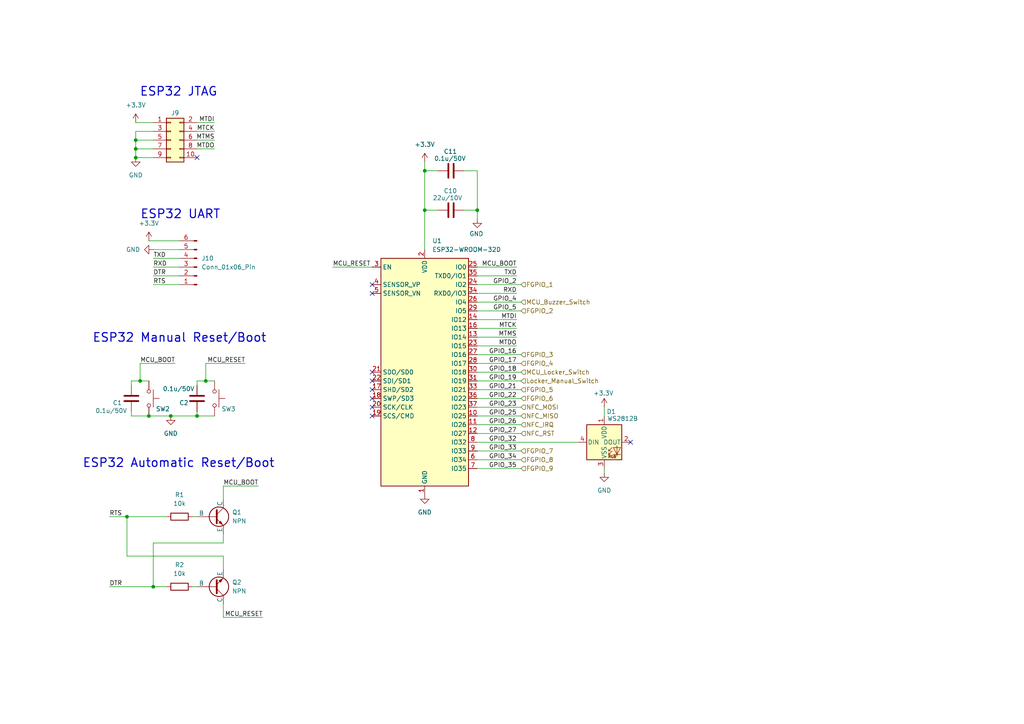
<source format=kicad_sch>
(kicad_sch (version 20231120) (generator "eeschema") (generator_version "8.0")
  (paper "A4")
  (lib_symbols
    (symbol "Connector:Conn_01x06_Pin" (pin_names (offset 1.016) hide)
      (property "Reference" "J" (at 0 7.62 0))
      (property "Value" "Conn_01x06_Pin" (at 0 -10.16 0))
      (symbol "Conn_01x06_Pin_1_1"
        (polyline (pts (xy 1.27 -7.62) (xy 0.8636 -7.62)) (stroke (width 0.1524)))
        (polyline (pts (xy 1.27 -5.08) (xy 0.8636 -5.08)) (stroke (width 0.1524)))
        (polyline (pts (xy 1.27 -2.54) (xy 0.8636 -2.54)) (stroke (width 0.1524)))
        (polyline (pts (xy 1.27 0) (xy 0.8636 0)) (stroke (width 0.1524)))
        (polyline (pts (xy 1.27 2.54) (xy 0.8636 2.54)) (stroke (width 0.1524)))
        (polyline (pts (xy 1.27 5.08) (xy 0.8636 5.08)) (stroke (width 0.1524)))
        (rectangle (start 0.8636 -7.493) (end 0 -7.747) (stroke (width 0.1524)) (fill (type outline)))
        (rectangle (start 0.8636 -4.953) (end 0 -5.207) (stroke (width 0.1524)) (fill (type outline)))
        (rectangle (start 0.8636 -2.413) (end 0 -2.667) (stroke (width 0.1524)) (fill (type outline)))
        (rectangle (start 0.8636 0.127) (end 0 -0.127) (stroke (width 0.1524)) (fill (type outline)))
        (rectangle (start 0.8636 2.667) (end 0 2.413) (stroke (width 0.1524)) (fill (type outline)))
        (rectangle (start 0.8636 5.207) (end 0 4.953) (stroke (width 0.1524)) (fill (type outline)))
        (pin passive line (at 5.08 5.08 180) (length 3.81) (name "Pin_1") (number "1"))
        (pin passive line (at 5.08 2.54 180) (length 3.81) (name "Pin_2") (number "2"))
        (pin passive line (at 5.08 0 180) (length 3.81) (name "Pin_3") (number "3"))
        (pin passive line (at 5.08 -2.54 180) (length 3.81) (name "Pin_4") (number "4"))
        (pin passive line (at 5.08 -5.08 180) (length 3.81) (name "Pin_5") (number "5"))
        (pin passive line (at 5.08 -7.62 180) (length 3.81) (name "Pin_6") (number "6"))
      )
    )
    (symbol "Connector_Generic:Conn_02x05_Odd_Even" (pin_names (offset 1.016) hide)
      (property "Reference" "J" (at 1.27 7.62 0))
      (property "Value" "Conn_02x05_Odd_Even" (at 1.27 -7.62 0))
      (symbol "Conn_02x05_Odd_Even_1_1"
        (rectangle (start -1.27 -4.953) (end 0 -5.207) (stroke (width 0.1524)))
        (rectangle (start -1.27 -2.413) (end 0 -2.667) (stroke (width 0.1524)))
        (rectangle (start -1.27 0.127) (end 0 -0.127) (stroke (width 0.1524)))
        (rectangle (start -1.27 2.667) (end 0 2.413) (stroke (width 0.1524)))
        (rectangle (start -1.27 5.207) (end 0 4.953) (stroke (width 0.1524)))
        (rectangle (start -1.27 6.35) (end 3.81 -6.35) (stroke (width 0.254)) (fill (type background)))
        (rectangle (start 3.81 -4.953) (end 2.54 -5.207) (stroke (width 0.1524)))
        (rectangle (start 3.81 -2.413) (end 2.54 -2.667) (stroke (width 0.1524)))
        (rectangle (start 3.81 0.127) (end 2.54 -0.127) (stroke (width 0.1524)))
        (rectangle (start 3.81 2.667) (end 2.54 2.413) (stroke (width 0.1524)))
        (rectangle (start 3.81 5.207) (end 2.54 4.953) (stroke (width 0.1524)))
        (pin passive line (at -5.08 5.08 0) (length 3.81) (name "Pin_1") (number "1"))
        (pin passive line (at 7.62 -5.08 180) (length 3.81) (name "Pin_10") (number "10"))
        (pin passive line (at 7.62 5.08 180) (length 3.81) (name "Pin_2") (number "2"))
        (pin passive line (at -5.08 2.54 0) (length 3.81) (name "Pin_3") (number "3"))
        (pin passive line (at 7.62 2.54 180) (length 3.81) (name "Pin_4") (number "4"))
        (pin passive line (at -5.08 0 0) (length 3.81) (name "Pin_5") (number "5"))
        (pin passive line (at 7.62 0 180) (length 3.81) (name "Pin_6") (number "6"))
        (pin passive line (at -5.08 -2.54 0) (length 3.81) (name "Pin_7") (number "7"))
        (pin passive line (at 7.62 -2.54 180) (length 3.81) (name "Pin_8") (number "8"))
        (pin passive line (at -5.08 -5.08 0) (length 3.81) (name "Pin_9") (number "9"))
      )
    )
    (symbol "Device:C" (pin_numbers hide) (pin_names (offset 0.254))
      (property "Reference" "C" (at 0.635 2.54 0))
      (property "Value" "C" (at 0.635 -2.54 0))
      (symbol "C_0_1"
        (polyline (pts (xy -2.032 -0.762) (xy 2.032 -0.762)) (stroke (width 0.508)))
        (polyline (pts (xy -2.032 0.762) (xy 2.032 0.762)) (stroke (width 0.508)))
      )
      (symbol "C_1_1"
        (pin passive line (at 0 3.81 270) (length 2.794) (name "~") (number "1"))
        (pin passive line (at 0 -3.81 90) (length 2.794) (name "~") (number "2"))
      )
    )
    (symbol "Device:R" (pin_numbers hide) (pin_names (offset 0))
      (property "Reference" "R" (at 2.032 0 90))
      (property "Value" "R" (at 0 0 90))
      (symbol "R_0_1"
        (rectangle (start -1.016 -2.54) (end 1.016 2.54) (stroke (width 0.254)))
      )
      (symbol "R_1_1"
        (pin passive line (at 0 3.81 270) (length 1.27) (name "~") (number "1"))
        (pin passive line (at 0 -3.81 90) (length 1.27) (name "~") (number "2"))
      )
    )
    (symbol "LED:WS2812B" (pin_names (offset 0.254))
      (property "Reference" "D" (at 5.08 5.715 0))
      (property "Value" "WS2812B" (at 1.27 -5.715 0))
      (symbol "WS2812B_0_0"
        (text "RGB" (at 2.286 -4.191 0) (effects (font (size 0.762 0.762))))
      )
      (symbol "WS2812B_0_1"
        (polyline (pts (xy 1.27 -3.556) (xy 1.778 -3.556)))
        (polyline (pts (xy 1.27 -2.54) (xy 1.778 -2.54)))
        (polyline (pts (xy 4.699 -3.556) (xy 2.667 -3.556)))
        (polyline (pts (xy 2.286 -2.54) (xy 1.27 -3.556) (xy 1.27 -3.048)))
        (polyline (pts (xy 2.286 -1.524) (xy 1.27 -2.54) (xy 1.27 -2.032)))
        (polyline (pts (xy 3.683 -1.016) (xy 3.683 -3.556) (xy 3.683 -4.064)))
        (polyline (pts (xy 4.699 -1.524) (xy 2.667 -1.524) (xy 3.683 -3.556) (xy 4.699 -1.524)))
        (rectangle (start 5.08 5.08) (end -5.08 -5.08) (stroke (width 0.254)) (fill (type background)))
      )
      (symbol "WS2812B_1_1"
        (pin power_in line (at 0 7.62 270) (length 2.54) (name "VDD") (number "1"))
        (pin output line (at 7.62 0 180) (length 2.54) (name "DOUT") (number "2"))
        (pin power_in line (at 0 -7.62 90) (length 2.54) (name "VSS") (number "3"))
        (pin input line (at -7.62 0 0) (length 2.54) (name "DIN") (number "4"))
      )
    )
    (symbol "RF_Module:ESP32-WROOM-32D"
      (property "Reference" "U" (at -12.7 34.29 0))
      (property "Value" "ESP32-WROOM-32D" (at 1.27 34.29 0))
      (symbol "ESP32-WROOM-32D_0_1"
        (rectangle (start -12.7 33.02) (end 12.7 -33.02) (stroke (width 0.254)) (fill (type background)))
      )
      (symbol "ESP32-WROOM-32D_1_1"
        (pin power_in line (at 0 -35.56 90) (length 2.54) (name "GND") (number "1"))
        (pin bidirectional line (at 15.24 -12.7 180) (length 2.54) (name "IO25") (number "10"))
        (pin bidirectional line (at 15.24 -15.24 180) (length 2.54) (name "IO26") (number "11"))
        (pin bidirectional line (at 15.24 -17.78 180) (length 2.54) (name "IO27") (number "12"))
        (pin bidirectional line (at 15.24 10.16 180) (length 2.54) (name "IO14") (number "13"))
        (pin bidirectional line (at 15.24 15.24 180) (length 2.54) (name "IO12") (number "14"))
        (pin passive line (at 0 -35.56 90) (length 2.54) hide (name "GND") (number "15"))
        (pin bidirectional line (at 15.24 12.7 180) (length 2.54) (name "IO13") (number "16"))
        (pin bidirectional line (at -15.24 -5.08 0) (length 2.54) (name "SHD/SD2") (number "17"))
        (pin bidirectional line (at -15.24 -7.62 0) (length 2.54) (name "SWP/SD3") (number "18"))
        (pin bidirectional line (at -15.24 -12.7 0) (length 2.54) (name "SCS/CMD") (number "19"))
        (pin power_in line (at 0 35.56 270) (length 2.54) (name "VDD") (number "2"))
        (pin bidirectional line (at -15.24 -10.16 0) (length 2.54) (name "SCK/CLK") (number "20"))
        (pin bidirectional line (at -15.24 0 0) (length 2.54) (name "SDO/SD0") (number "21"))
        (pin bidirectional line (at -15.24 -2.54 0) (length 2.54) (name "SDI/SD1") (number "22"))
        (pin bidirectional line (at 15.24 7.62 180) (length 2.54) (name "IO15") (number "23"))
        (pin bidirectional line (at 15.24 25.4 180) (length 2.54) (name "IO2") (number "24"))
        (pin bidirectional line (at 15.24 30.48 180) (length 2.54) (name "IO0") (number "25"))
        (pin bidirectional line (at 15.24 20.32 180) (length 2.54) (name "IO4") (number "26"))
        (pin bidirectional line (at 15.24 5.08 180) (length 2.54) (name "IO16") (number "27"))
        (pin bidirectional line (at 15.24 2.54 180) (length 2.54) (name "IO17") (number "28"))
        (pin bidirectional line (at 15.24 17.78 180) (length 2.54) (name "IO5") (number "29"))
        (pin input line (at -15.24 30.48 0) (length 2.54) (name "EN") (number "3"))
        (pin bidirectional line (at 15.24 0 180) (length 2.54) (name "IO18") (number "30"))
        (pin bidirectional line (at 15.24 -2.54 180) (length 2.54) (name "IO19") (number "31"))
        (pin no_connect line (at -12.7 -27.94 0) (length 2.54) hide (name "NC") (number "32"))
        (pin bidirectional line (at 15.24 -5.08 180) (length 2.54) (name "IO21") (number "33"))
        (pin bidirectional line (at 15.24 22.86 180) (length 2.54) (name "RXD0/IO3") (number "34"))
        (pin bidirectional line (at 15.24 27.94 180) (length 2.54) (name "TXD0/IO1") (number "35"))
        (pin bidirectional line (at 15.24 -7.62 180) (length 2.54) (name "IO22") (number "36"))
        (pin bidirectional line (at 15.24 -10.16 180) (length 2.54) (name "IO23") (number "37"))
        (pin passive line (at 0 -35.56 90) (length 2.54) hide (name "GND") (number "38"))
        (pin passive line (at 0 -35.56 90) (length 2.54) hide (name "GND") (number "39"))
        (pin input line (at -15.24 25.4 0) (length 2.54) (name "SENSOR_VP") (number "4"))
        (pin input line (at -15.24 22.86 0) (length 2.54) (name "SENSOR_VN") (number "5"))
        (pin input line (at 15.24 -25.4 180) (length 2.54) (name "IO34") (number "6"))
        (pin input line (at 15.24 -27.94 180) (length 2.54) (name "IO35") (number "7"))
        (pin bidirectional line (at 15.24 -20.32 180) (length 2.54) (name "IO32") (number "8"))
        (pin bidirectional line (at 15.24 -22.86 180) (length 2.54) (name "IO33") (number "9"))
      )
    )
    (symbol "Simulation_SPICE:NPN" (pin_numbers hide) (pin_names (offset 0))
      (property "Reference" "Q" (at -2.54 7.62 0))
      (property "Value" "NPN" (at -2.54 5.08 0))
      (symbol "NPN_0_1"
        (polyline (pts (xy -2.54 0) (xy 0.635 0)) (stroke (width 0.1524)))
        (polyline (pts (xy 0.635 0.635) (xy 2.54 2.54)))
        (polyline (pts (xy 2.794 -1.27) (xy 2.794 -1.27)) (stroke (width 0.1524)))
        (polyline (pts (xy 2.794 -1.27) (xy 2.794 -1.27)) (stroke (width 0.1524)))
        (polyline (pts (xy 0.635 -0.635) (xy 2.54 -2.54) (xy 2.54 -2.54)))
        (polyline (pts (xy 0.635 1.905) (xy 0.635 -1.905) (xy 0.635 -1.905)) (stroke (width 0.508)))
        (polyline (pts (xy 1.27 -1.778) (xy 1.778 -1.27) (xy 2.286 -2.286) (xy 1.27 -1.778) (xy 1.27 -1.778)) (fill (type outline)))
        (circle (center 1.27 0) (radius 2.8194) (stroke (width 0.254)))
      )
      (symbol "NPN_1_1"
        (pin open_collector line (at 2.54 5.08 270) (length 2.54) (name "C") (number "1"))
        (pin input line (at -5.08 0 0) (length 2.54) (name "B") (number "2"))
        (pin open_emitter line (at 2.54 -5.08 90) (length 2.54) (name "E") (number "3"))
      )
    )
    (symbol "Switch:SW_Push" (pin_numbers hide) (pin_names (offset 1.016) hide)
      (property "Reference" "SW" (at 1.27 2.54 0))
      (property "Value" "SW_Push" (at 0 -1.524 0))
      (symbol "SW_Push_0_1"
        (circle (center -2.032 0) (radius 0.508))
        (polyline (pts (xy 0 1.27) (xy 0 3.048)))
        (polyline (pts (xy 2.54 1.27) (xy -2.54 1.27)))
        (circle (center 2.032 0) (radius 0.508))
        (pin passive line (at -5.08 0 0) (length 2.54) (name "1") (number "1"))
        (pin passive line (at 5.08 0 180) (length 2.54) (name "2") (number "2"))
      )
    )
    (symbol "power:+3.3V" (power) (pin_names (offset 0))
      (property "Value" "+3.3V" (at 0 3.556 0))
      (symbol "+3.3V_0_1"
        (polyline (pts (xy -0.762 1.27) (xy 0 2.54)))
        (polyline (pts (xy 0 0) (xy 0 2.54)))
        (polyline (pts (xy 0 2.54) (xy 0.762 1.27)))
      )
      (symbol "+3.3V_1_1"
        (pin power_in line (at 0 0 90) (length 0) hide (name "+3.3V") (number "1"))
      )
    )
    (symbol "power:GND" (power) (pin_names (offset 0))
      (property "Value" "GND" (at 0 -3.81 0))
      (symbol "GND_0_1"
        (polyline (pts (xy 0 0) (xy 0 -1.27) (xy 1.27 -1.27) (xy 0 -2.54) (xy -1.27 -1.27) (xy 0 -1.27)))
      )
      (symbol "GND_1_1"
        (pin power_in line (at 0 0 270) (length 0) hide (name "GND") (number "1"))
      )
    )
  )
  (junction (at 123.19 49.53))
  (junction (at 39.37 43.18))
  (junction (at 43.18 120.65))
  (junction (at 44.45 170.18))
  (junction (at 39.37 45.72))
  (junction (at 36.83 149.86))
  (junction (at 49.53 120.65))
  (junction (at 138.43 60.96))
  (junction (at 123.19 60.96))
  (junction (at 40.64 110.49))
  (junction (at 57.15 120.65))
  (junction (at 59.69 110.49))
  (junction (at 39.37 40.64))
  (no_connect (at 107.95 118.11))
  (no_connect (at 107.95 113.03))
  (no_connect (at 107.95 85.09))
  (no_connect (at 107.95 115.57))
  (no_connect (at 107.95 110.49))
  (no_connect (at 182.88 128.27))
  (no_connect (at 57.15 45.72))
  (no_connect (at 107.95 107.95))
  (no_connect (at 107.95 82.55))
  (no_connect (at 107.95 120.65))
  (wire (pts (xy 38.1 119.38) (xy 38.1 120.65)))
  (wire (pts (xy 44.45 157.48) (xy 44.45 170.18)))
  (wire (pts (xy 44.45 82.55) (xy 52.07 82.55)))
  (wire (pts (xy 123.19 49.53) (xy 123.19 60.96)))
  (wire (pts (xy 138.43 107.95) (xy 151.13 107.95)))
  (wire (pts (xy 64.77 157.48) (xy 44.45 157.48)))
  (wire (pts (xy 38.1 111.76) (xy 38.1 110.49)))
  (wire (pts (xy 138.43 49.53) (xy 138.43 60.96)))
  (wire (pts (xy 64.77 165.1) (xy 64.77 161.29)))
  (wire (pts (xy 138.43 77.47) (xy 149.86 77.47)))
  (wire (pts (xy 138.43 130.81) (xy 151.13 130.81)))
  (wire (pts (xy 31.75 170.18) (xy 44.45 170.18)))
  (wire (pts (xy 64.77 161.29) (xy 36.83 161.29)))
  (wire (pts (xy 138.43 97.79) (xy 149.86 97.79)))
  (wire (pts (xy 40.64 110.49) (xy 43.18 110.49)))
  (wire (pts (xy 134.62 49.53) (xy 138.43 49.53)))
  (wire (pts (xy 175.26 118.11) (xy 175.26 120.65)))
  (wire (pts (xy 48.26 170.18) (xy 44.45 170.18)))
  (wire (pts (xy 57.15 120.65) (xy 62.23 120.65)))
  (wire (pts (xy 39.37 45.72) (xy 44.45 45.72)))
  (wire (pts (xy 123.19 46.99) (xy 123.19 49.53)))
  (wire (pts (xy 44.45 74.93) (xy 52.07 74.93)))
  (wire (pts (xy 71.12 105.41) (xy 59.69 105.41)))
  (wire (pts (xy 64.77 140.97) (xy 74.93 140.97)))
  (wire (pts (xy 138.43 135.89) (xy 151.13 135.89)))
  (wire (pts (xy 96.52 77.47) (xy 107.95 77.47)))
  (wire (pts (xy 57.15 111.76) (xy 57.15 110.49)))
  (wire (pts (xy 138.43 90.17) (xy 151.13 90.17)))
  (wire (pts (xy 134.62 60.96) (xy 138.43 60.96)))
  (wire (pts (xy 127 60.96) (xy 123.19 60.96)))
  (wire (pts (xy 64.77 179.07) (xy 76.2 179.07)))
  (wire (pts (xy 64.77 140.97) (xy 64.77 144.78)))
  (wire (pts (xy 39.37 40.64) (xy 44.45 40.64)))
  (wire (pts (xy 62.23 38.1) (xy 57.15 38.1)))
  (wire (pts (xy 62.23 43.18) (xy 57.15 43.18)))
  (wire (pts (xy 138.43 85.09) (xy 149.86 85.09)))
  (wire (pts (xy 43.18 69.85) (xy 52.07 69.85)))
  (wire (pts (xy 138.43 80.01) (xy 149.86 80.01)))
  (wire (pts (xy 123.19 60.96) (xy 123.19 72.39)))
  (wire (pts (xy 59.69 105.41) (xy 59.69 110.49)))
  (wire (pts (xy 138.43 102.87) (xy 151.13 102.87)))
  (wire (pts (xy 57.15 149.86) (xy 55.88 149.86)))
  (wire (pts (xy 138.43 113.03) (xy 151.13 113.03)))
  (wire (pts (xy 138.43 128.27) (xy 167.64 128.27)))
  (wire (pts (xy 39.37 35.56) (xy 44.45 35.56)))
  (wire (pts (xy 138.43 100.33) (xy 149.86 100.33)))
  (wire (pts (xy 49.53 120.65) (xy 57.15 120.65)))
  (wire (pts (xy 138.43 120.65) (xy 151.13 120.65)))
  (wire (pts (xy 64.77 175.26) (xy 64.77 179.07)))
  (wire (pts (xy 138.43 87.63) (xy 151.13 87.63)))
  (wire (pts (xy 44.45 80.01) (xy 52.07 80.01)))
  (wire (pts (xy 59.69 110.49) (xy 57.15 110.49)))
  (wire (pts (xy 138.43 133.35) (xy 151.13 133.35)))
  (wire (pts (xy 138.43 92.71) (xy 149.86 92.71)))
  (wire (pts (xy 127 49.53) (xy 123.19 49.53)))
  (wire (pts (xy 39.37 43.18) (xy 39.37 45.72)))
  (wire (pts (xy 38.1 120.65) (xy 43.18 120.65)))
  (wire (pts (xy 44.45 38.1) (xy 39.37 38.1)))
  (wire (pts (xy 50.8 105.41) (xy 40.64 105.41)))
  (wire (pts (xy 31.75 149.86) (xy 36.83 149.86)))
  (wire (pts (xy 39.37 38.1) (xy 39.37 40.64)))
  (wire (pts (xy 57.15 119.38) (xy 57.15 120.65)))
  (wire (pts (xy 138.43 110.49) (xy 151.13 110.49)))
  (wire (pts (xy 138.43 105.41) (xy 151.13 105.41)))
  (wire (pts (xy 39.37 40.64) (xy 39.37 43.18)))
  (wire (pts (xy 138.43 123.19) (xy 151.13 123.19)))
  (wire (pts (xy 44.45 77.47) (xy 52.07 77.47)))
  (wire (pts (xy 38.1 110.49) (xy 40.64 110.49)))
  (wire (pts (xy 62.23 35.56) (xy 57.15 35.56)))
  (wire (pts (xy 36.83 149.86) (xy 48.26 149.86)))
  (wire (pts (xy 62.23 110.49) (xy 59.69 110.49)))
  (wire (pts (xy 36.83 149.86) (xy 36.83 161.29)))
  (wire (pts (xy 138.43 118.11) (xy 151.13 118.11)))
  (wire (pts (xy 40.64 105.41) (xy 40.64 110.49)))
  (wire (pts (xy 43.18 120.65) (xy 49.53 120.65)))
  (wire (pts (xy 57.15 170.18) (xy 55.88 170.18)))
  (wire (pts (xy 138.43 115.57) (xy 151.13 115.57)))
  (wire (pts (xy 138.43 125.73) (xy 151.13 125.73)))
  (wire (pts (xy 62.23 40.64) (xy 57.15 40.64)))
  (wire (pts (xy 39.37 43.18) (xy 44.45 43.18)))
  (wire (pts (xy 175.26 135.89) (xy 175.26 137.16)))
  (wire (pts (xy 138.43 63.5) (xy 138.43 60.96)))
  (wire (pts (xy 44.45 72.39) (xy 52.07 72.39)))
  (wire (pts (xy 64.77 154.94) (xy 64.77 157.48)))
  (wire (pts (xy 138.43 95.25) (xy 149.86 95.25)))
  (wire (pts (xy 138.43 82.55) (xy 151.13 82.55)))
  (text "ESP32 UART" (at 52.324 62.23 0) (effects (font (size 2.5 2.5) (thickness 0.3125))))
  (text "ESP32 Automatic Reset/Boot\n\n\n" (at 51.816 138.43 0) (effects (font (size 2.5 2.5) (thickness 0.3125))))
  (text "ESP32 Manual Reset/Boot\n\n\n" (at 52.07 102.108 0) (effects (font (size 2.5 2.5) (thickness 0.3125))))
  (text "ESP32 JTAG\n\n" (at 51.816 28.702 0) (effects (font (size 2.5 2.5) (thickness 0.3125))))
  (label "GPIO_34" (at 149.86 133.35 180))
  (label "MCU_BOOT" (at 50.8 105.41 180))
  (label "TXD" (at 44.45 74.93 0))
  (label "GPIO_32" (at 149.86 128.27 180))
  (label "MCU_BOOT" (at 149.86 77.47 180))
  (label "GPIO_17" (at 149.86 105.41 180))
  (label "TXD" (at 149.86 80.01 180))
  (label "GPIO_21" (at 149.86 113.03 180))
  (label "MTCK" (at 62.23 38.1 180))
  (label "GPIO_25" (at 149.86 120.65 180))
  (label "GPIO_16" (at 149.86 102.87 180))
  (label "MCU_BOOT" (at 74.93 140.97 180))
  (label "GPIO_19" (at 149.86 110.49 180))
  (label "RXD" (at 44.45 77.47 0))
  (label "GPIO_5" (at 149.86 90.17 180))
  (label "GPIO_4" (at 149.86 87.63 180))
  (label "MTMS" (at 62.23 40.64 180))
  (label "MTDI" (at 62.23 35.56 180))
  (label "MCU_RESET" (at 76.2 179.07 180))
  (label "MTMS" (at 149.86 97.79 180))
  (label "MCU_RESET" (at 71.12 105.41 180))
  (label "MTDO" (at 62.23 43.18 180))
  (label "GPIO_27" (at 149.86 125.73 180))
  (label "RTS" (at 44.45 82.55 0))
  (label "RXD" (at 149.86 85.09 180))
  (label "GPIO_18" (at 149.86 107.95 180))
  (label "GPIO_26" (at 149.86 123.19 180))
  (label "MTDI" (at 149.86 92.71 180))
  (label "DTR" (at 44.45 80.01 0))
  (label "DTR" (at 31.75 170.18 0))
  (label "RTS" (at 31.75 149.86 0))
  (label "MTCK" (at 149.86 95.25 180))
  (label "GPIO_33" (at 149.86 130.81 180))
  (label "MCU_RESET" (at 96.52 77.47 0))
  (label "GPIO_22" (at 149.86 115.57 180))
  (label "GPIO_35" (at 149.86 135.89 180))
  (label "GPIO_23" (at 149.86 118.11 180))
  (label "GPIO_2" (at 149.86 82.55 180))
  (label "MTDO" (at 149.86 100.33 180))
  (hierarchical_label "FGPIO_3" (shape input) (at 151.13 102.87 0))
  (hierarchical_label "FGPIO_8" (shape input) (at 151.13 133.35 0))
  (hierarchical_label "MCU_Locker_Switch" (shape input) (at 151.13 107.95 0))
  (hierarchical_label "NFC_MOSI" (shape input) (at 151.13 118.11 0))
  (hierarchical_label "Locker_Manual_Switch" (shape input) (at 151.13 110.49 0))
  (hierarchical_label "NFC_MISO" (shape input) (at 151.13 120.65 0))
  (hierarchical_label "NFC_IRQ" (shape input) (at 151.13 123.19 0))
  (hierarchical_label "FGPIO_6" (shape input) (at 151.13 115.57 0))
  (hierarchical_label "FGPIO_7" (shape input) (at 151.13 130.81 0))
  (hierarchical_label "NFC_RST" (shape input) (at 151.13 125.73 0))
  (hierarchical_label "MCU_Buzzer_Switch" (shape input) (at 151.13 87.63 0))
  (hierarchical_label "FGPIO_2" (shape input) (at 151.13 90.17 0))
  (hierarchical_label "FGPIO_5" (shape input) (at 151.13 113.03 0))
  (hierarchical_label "FGPIO_1" (shape input) (at 151.13 82.55 0))
  (hierarchical_label "FGPIO_9" (shape input) (at 151.13 135.89 0))
  (hierarchical_label "FGPIO_4" (shape input) (at 151.13 105.41 0))
  (symbol (lib_id "Device:C") (at 130.81 49.53 90) (unit 1)
    (property "Reference" "C11" (at 132.588 43.942 90) (effects (justify left)))
    (property "Value" "0.1u/50V" (at 135.128 45.974 90) (effects (justify left)))
    (property "Footprint" "Capacitor_SMD:C_0603_1608Metric" (effects (hide yes)))
    (property "Description" "Unpolarized capacitor" (effects (hide yes)))
  )
  (symbol (lib_id "power:GND") (at 44.45 72.39 270) (unit 1)
    (property "Reference" "#PWR04" (effects (hide yes)))
    (property "Value" "GND" (at 40.64 72.3899 90) (effects (justify right)))
    (property "Description" "Power symbol creates a global label with name \"GND\" , ground" (effects (hide yes)))
  )
  (symbol (lib_id "power:GND") (at 49.53 120.65 0) (unit 1)
    (property "Reference" "#PWR02" (effects (hide yes)))
    (property "Value" "GND" (at 49.53 125.73 0))
  )
  (symbol (lib_id "Device:C") (at 38.1 115.57 0) (unit 1)
    (property "Reference" "C1" (at 34.036 116.84 0))
    (property "Value" "0.1u/50V" (at 32.258 119.126 0))
    (property "Footprint" "Capacitor_SMD:C_0603_1608Metric" (effects (hide yes)))
    (property "Description" "Unpolarized capacitor" (effects (hide yes)))
  )
  (symbol (lib_id "power:GND") (at 39.37 45.72 0) (unit 1)
    (property "Reference" "#PWR03" (effects (hide yes)))
    (property "Value" "GND" (at 39.37 50.8 0))
    (property "Description" "Power symbol creates a global label with name \"GND\" , ground" (effects (hide yes)))
  )
  (symbol (lib_id "power:+3.3V") (at 39.37 35.56 0) (unit 1)
    (property "Reference" "#PWR01" (effects (hide yes)))
    (property "Value" "+3.3V" (at 39.37 30.48 0))
  )
  (symbol (lib_id "power:+3.3V") (at 175.26 118.11 0) (unit 1)
    (property "Reference" "#PWR039" (effects (hide yes)))
    (property "Value" "+3.3V" (at 175.006 114.046 0))
  )
  (symbol (lib_id "LED:WS2812B") (at 175.26 128.27 0) (unit 1)
    (property "Reference" "D1" (at 177.292 119.38 0))
    (property "Value" "WS2812B" (at 180.594 121.412 0))
    (property "Footprint" "LED_SMD:LED_WS2812B_PLCC4_5.0x5.0mm_P3.2mm" (effects (hide yes)))
    (property "Datasheet" "https://cdn-shop.adafruit.com/datasheets/WS2812B.pdf" (effects (hide yes)))
    (property "Description" "RGB LED with integrated controller" (effects (hide yes)))
  )
  (symbol (lib_id "RF_Module:ESP32-WROOM-32D") (at 123.19 107.95 0) (unit 1)
    (property "Reference" "U1" (at 125.3841 69.85 0) (effects (justify left)))
    (property "Value" "ESP32-WROOM-32D" (at 125.3841 72.39 0) (effects (justify left)))
    (property "Footprint" "RF_Module:ESP32-WROOM-32D" (effects (hide yes)))
    (property "Datasheet" "https://www.espressif.com/sites/default/files/documentation/esp32-wroom-32d_esp32-wroom-32u_datasheet_en.pdf" (effects (hide yes)))
  )
  (symbol (lib_id "power:+3.3V") (at 123.19 46.99 0) (unit 1)
    (property "Reference" "#PWR08" (effects (hide yes)))
    (property "Value" "+3.3V" (at 123.19 41.91 0))
  )
  (symbol (lib_id "power:GND") (at 175.26 137.16 0) (unit 1)
    (property "Reference" "#PWR040" (effects (hide yes)))
    (property "Value" "GND" (at 175.26 142.24 0))
  )
  (symbol (lib_id "power:GND") (at 123.19 143.51 0) (unit 1)
    (property "Reference" "#PWR036" (effects (hide yes)))
    (property "Value" "GND" (at 123.19 148.59 0))
  )
  (symbol (lib_id "Device:R") (at 52.07 149.86 270) (mirror x) (unit 1)
    (property "Reference" "R1" (at 52.07 143.51 90))
    (property "Value" "10k" (at 52.07 146.05 90))
    (property "Footprint" "Resistor_SMD:R_0805_2012Metric_Pad1.20x1.40mm_HandSolder" (effects (hide yes)))
    (property "Description" "Resistor" (effects (hide yes)))
  )
  (symbol (lib_id "Switch:SW_Push") (at 43.18 115.57 270) (unit 1)
    (property "Reference" "SW2" (at 47.244 118.618 90))
    (property "Value" "SW_Push" (effects (hide yes)))
    (property "Footprint" "Button_Switch_SMD:SW_Tactile_SPST_NO_Straight_CK_PTS636Sx25SMTRLFS" (effects (hide yes)))
    (property "Description" "Push button switch, generic, two pins" (effects (hide yes)))
  )
  (symbol (lib_id "power:GND") (at 138.43 63.5 0) (unit 1)
    (property "Reference" "#PWR037" (effects (hide yes)))
    (property "Value" "GND" (at 138.176 67.818 0))
  )
  (symbol (lib_id "Device:C") (at 57.15 115.57 0) (unit 1)
    (property "Reference" "C2" (at 53.34 116.84 0))
    (property "Value" "0.1u/50V" (at 51.816 112.776 0))
    (property "Footprint" "Capacitor_SMD:C_0603_1608Metric" (effects (hide yes)))
    (property "Description" "Unpolarized capacitor" (effects (hide yes)))
  )
  (symbol (lib_id "Connector:Conn_01x06_Pin") (at 57.15 77.47 180) (unit 1)
    (property "Reference" "J10" (at 58.42 74.9299 0) (effects (justify right)))
    (property "Value" "Conn_01x06_Pin" (at 58.42 77.4699 0) (effects (justify right)))
    (property "Footprint" "Connector_PinHeader_2.54mm:PinHeader_1x06_P2.54mm_Vertical" (effects (hide yes)))
    (property "Description" "Generic connector, single row, 01x06, script generated" (effects (hide yes)))
  )
  (symbol (lib_id "Simulation_SPICE:NPN") (at 62.23 149.86 0) (unit 1)
    (property "Reference" "Q1" (at 67.31 148.5899 0) (effects (justify left)))
    (property "Value" "NPN" (at 67.31 151.1299 0) (effects (justify left)))
    (property "Footprint" "Package_TO_SOT_SMD:SOT-23-3" (effects (hide yes)))
    (property "Datasheet" "https://ngspice.sourceforge.io/docs/ngspice-html-manual/manual.xhtml#cha_BJTs" (effects (hide yes)))
    (property "Description" "Bipolar transistor symbol for simulation only, substrate tied to the emitter" (effects (hide yes)))
    (property "Sim.Device" "NPN" (effects (hide yes)))
    (property "Sim.Type" "GUMMELPOON" (effects (hide yes)))
    (property "Sim.Pins" "1=C 2=B 3=E" (effects (hide yes)))
  )
  (symbol (lib_id "Simulation_SPICE:NPN") (at 62.23 170.18 0) (mirror x) (unit 1)
    (property "Reference" "Q2" (at 67.31 168.9099 0) (effects (justify left)))
    (property "Value" "NPN" (at 67.31 171.4499 0) (effects (justify left)))
    (property "Footprint" "Package_TO_SOT_SMD:SOT-23-3" (effects (hide yes)))
    (property "Datasheet" "https://ngspice.sourceforge.io/docs/ngspice-html-manual/manual.xhtml#cha_BJTs" (effects (hide yes)))
    (property "Description" "Bipolar transistor symbol for simulation only, substrate tied to the emitter" (effects (hide yes)))
    (property "Sim.Device" "NPN" (effects (hide yes)))
    (property "Sim.Type" "GUMMELPOON" (effects (hide yes)))
    (property "Sim.Pins" "1=C 2=B 3=E" (effects (hide yes)))
  )
  (symbol (lib_id "Connector_Generic:Conn_02x05_Odd_Even") (at 49.53 40.64 0) (unit 1)
    (property "Reference" "J9" (at 50.8 32.766 0))
    (property "Value" "Conn_02x05_Odd_Even" (effects (hide yes)))
    (property "Footprint" "Connector_PinHeader_2.54mm:PinHeader_2x05_P2.54mm_Vertical" (effects (hide yes)))
    (property "Description" "Generic connector, double row, 02x05, odd/even pin numbering scheme (row 1 odd numbers, row 2 even numbers), script generated (kicad-library-utils/schlib/autogen/connector/)" (effects (hide yes)))
  )
  (symbol (lib_id "power:+3.3V") (at 43.18 69.85 0) (unit 1)
    (property "Reference" "#PWR05" (effects (hide yes)))
    (property "Value" "+3.3V" (at 43.18 64.77 0))
  )
  (symbol (lib_id "Switch:SW_Push") (at 62.23 115.57 270) (unit 1)
    (property "Reference" "SW3" (at 66.294 118.618 90))
    (property "Value" "SW_Push" (effects (hide yes)))
    (property "Footprint" "Button_Switch_SMD:SW_Tactile_SPST_NO_Straight_CK_PTS636Sx25SMTRLFS" (effects (hide yes)))
    (property "Description" "Push button switch, generic, two pins" (effects (hide yes)))
  )
  (symbol (lib_id "Device:C") (at 130.81 60.96 90) (unit 1)
    (property "Reference" "C10" (at 132.588 55.372 90) (effects (justify left)))
    (property "Value" "22u/10V" (at 134.112 57.404 90) (effects (justify left)))
    (property "Footprint" "Capacitor_SMD:C_0603_1608Metric" (effects (hide yes)))
    (property "Description" "Unpolarized capacitor" (effects (hide yes)))
  )
  (symbol (lib_id "Device:R") (at 52.07 170.18 270) (mirror x) (unit 1)
    (property "Reference" "R2" (at 52.07 163.83 90))
    (property "Value" "10k" (at 52.07 166.37 90))
    (property "Footprint" "Resistor_SMD:R_0805_2012Metric_Pad1.20x1.40mm_HandSolder" (effects (hide yes)))
    (property "Description" "Resistor" (effects (hide yes)))
  )
)
</source>
